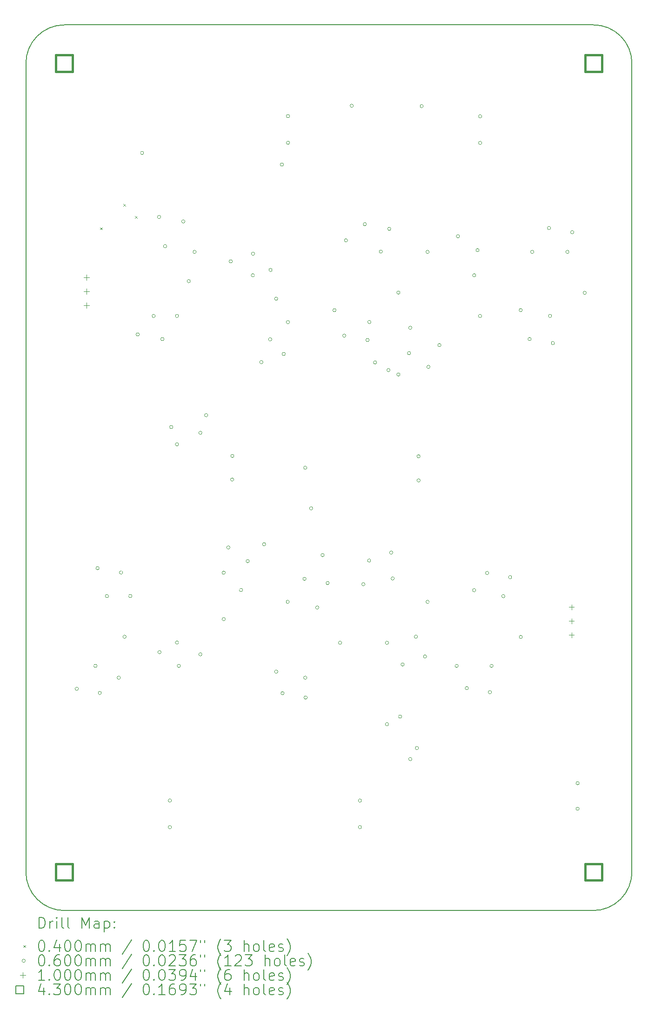
<source format=gbr>
%TF.GenerationSoftware,KiCad,Pcbnew,7.0.2*%
%TF.CreationDate,2023-12-05T14:34:09-06:00*%
%TF.ProjectId,SixteenSegClock-Main,53697874-6565-46e5-9365-67436c6f636b,A*%
%TF.SameCoordinates,PX9fcafb8PYcb70528*%
%TF.FileFunction,Drillmap*%
%TF.FilePolarity,Positive*%
%FSLAX45Y45*%
G04 Gerber Fmt 4.5, Leading zero omitted, Abs format (unit mm)*
G04 Created by KiCad (PCBNEW 7.0.2) date 2023-12-05 14:34:09*
%MOMM*%
%LPD*%
G01*
G04 APERTURE LIST*
%ADD10C,0.200000*%
%ADD11C,0.040000*%
%ADD12C,0.060000*%
%ADD13C,0.100000*%
%ADD14C,0.430000*%
G04 APERTURE END LIST*
D10*
X11229400Y15609500D02*
X11229400Y909500D01*
X11229400Y15609500D02*
G75*
G03*
X10529400Y16309500I-699700J300D01*
G01*
X899400Y16309500D02*
X10529400Y16309500D01*
X10529400Y199500D02*
X899400Y199500D01*
X10529400Y199496D02*
G75*
G03*
X11229400Y909500I-4700J704704D01*
G01*
X899400Y16309500D02*
G75*
G03*
X199400Y15609500I-300J-699700D01*
G01*
X199400Y899500D02*
X199400Y15609500D01*
X199400Y899500D02*
G75*
G03*
X899400Y199500I699700J-300D01*
G01*
D11*
X1549400Y12624500D02*
X1589400Y12584500D01*
X1589400Y12624500D02*
X1549400Y12584500D01*
X1974400Y13049500D02*
X2014400Y13009500D01*
X2014400Y13049500D02*
X1974400Y13009500D01*
X2184400Y12834500D02*
X2224400Y12794500D01*
X2224400Y12834500D02*
X2184400Y12794500D01*
D12*
X1154875Y4234044D02*
G75*
G03*
X1154875Y4234044I-30000J0D01*
G01*
X1494400Y4649500D02*
G75*
G03*
X1494400Y4649500I-30000J0D01*
G01*
X1532834Y6426250D02*
G75*
G03*
X1532834Y6426250I-30000J0D01*
G01*
X1573400Y4156500D02*
G75*
G03*
X1573400Y4156500I-30000J0D01*
G01*
X1704400Y5919500D02*
G75*
G03*
X1704400Y5919500I-30000J0D01*
G01*
X1919400Y4434500D02*
G75*
G03*
X1919400Y4434500I-30000J0D01*
G01*
X1960400Y6347500D02*
G75*
G03*
X1960400Y6347500I-30000J0D01*
G01*
X2024400Y5179500D02*
G75*
G03*
X2024400Y5179500I-30000J0D01*
G01*
X2129400Y5919500D02*
G75*
G03*
X2129400Y5919500I-30000J0D01*
G01*
X2264875Y10679043D02*
G75*
G03*
X2264875Y10679043I-30000J0D01*
G01*
X2344400Y13979500D02*
G75*
G03*
X2344400Y13979500I-30000J0D01*
G01*
X2554400Y11014500D02*
G75*
G03*
X2554400Y11014500I-30000J0D01*
G01*
X2652375Y12814043D02*
G75*
G03*
X2652375Y12814043I-30000J0D01*
G01*
X2660360Y4898519D02*
G75*
G03*
X2660360Y4898519I-30000J0D01*
G01*
X2712400Y10593500D02*
G75*
G03*
X2712400Y10593500I-30000J0D01*
G01*
X2761400Y12284500D02*
G75*
G03*
X2761400Y12284500I-30000J0D01*
G01*
X2850000Y2200000D02*
G75*
G03*
X2850000Y2200000I-30000J0D01*
G01*
X2850000Y1715362D02*
G75*
G03*
X2850000Y1715362I-30000J0D01*
G01*
X2874400Y8994500D02*
G75*
G03*
X2874400Y8994500I-30000J0D01*
G01*
X2979400Y11014500D02*
G75*
G03*
X2979400Y11014500I-30000J0D01*
G01*
X2979400Y8679500D02*
G75*
G03*
X2979400Y8679500I-30000J0D01*
G01*
X2979400Y5074500D02*
G75*
G03*
X2979400Y5074500I-30000J0D01*
G01*
X3012400Y4649500D02*
G75*
G03*
X3012400Y4649500I-30000J0D01*
G01*
X3093400Y12734500D02*
G75*
G03*
X3093400Y12734500I-30000J0D01*
G01*
X3192400Y11647500D02*
G75*
G03*
X3192400Y11647500I-30000J0D01*
G01*
X3299400Y12179500D02*
G75*
G03*
X3299400Y12179500I-30000J0D01*
G01*
X3404400Y8889500D02*
G75*
G03*
X3404400Y8889500I-30000J0D01*
G01*
X3404400Y4859500D02*
G75*
G03*
X3404400Y4859500I-30000J0D01*
G01*
X3509400Y9209500D02*
G75*
G03*
X3509400Y9209500I-30000J0D01*
G01*
X3829400Y6344500D02*
G75*
G03*
X3829400Y6344500I-30000J0D01*
G01*
X3829400Y5499500D02*
G75*
G03*
X3829400Y5499500I-30000J0D01*
G01*
X3912860Y6803518D02*
G75*
G03*
X3912860Y6803518I-30000J0D01*
G01*
X3957500Y12007500D02*
G75*
G03*
X3957500Y12007500I-30000J0D01*
G01*
X3984235Y8038674D02*
G75*
G03*
X3984235Y8038674I-30000J0D01*
G01*
X3987400Y8466500D02*
G75*
G03*
X3987400Y8466500I-30000J0D01*
G01*
X4144400Y6029500D02*
G75*
G03*
X4144400Y6029500I-30000J0D01*
G01*
X4265400Y6553500D02*
G75*
G03*
X4265400Y6553500I-30000J0D01*
G01*
X4359400Y11754500D02*
G75*
G03*
X4359400Y11754500I-30000J0D01*
G01*
X4362400Y12146500D02*
G75*
G03*
X4362400Y12146500I-30000J0D01*
G01*
X4515000Y10175000D02*
G75*
G03*
X4515000Y10175000I-30000J0D01*
G01*
X4564400Y6861500D02*
G75*
G03*
X4564400Y6861500I-30000J0D01*
G01*
X4674400Y10589500D02*
G75*
G03*
X4674400Y10589500I-30000J0D01*
G01*
X4681400Y11851500D02*
G75*
G03*
X4681400Y11851500I-30000J0D01*
G01*
X4784400Y11329500D02*
G75*
G03*
X4784400Y11329500I-30000J0D01*
G01*
X4784400Y4544500D02*
G75*
G03*
X4784400Y4544500I-30000J0D01*
G01*
X4889400Y13769500D02*
G75*
G03*
X4889400Y13769500I-30000J0D01*
G01*
X4899400Y4152500D02*
G75*
G03*
X4899400Y4152500I-30000J0D01*
G01*
X4921400Y10323500D02*
G75*
G03*
X4921400Y10323500I-30000J0D01*
G01*
X4994400Y5814500D02*
G75*
G03*
X4994400Y5814500I-30000J0D01*
G01*
X4997400Y10901500D02*
G75*
G03*
X4997400Y10901500I-30000J0D01*
G01*
X5000000Y14650000D02*
G75*
G03*
X5000000Y14650000I-30000J0D01*
G01*
X5000000Y14165362D02*
G75*
G03*
X5000000Y14165362I-30000J0D01*
G01*
X5300400Y6232500D02*
G75*
G03*
X5300400Y6232500I-30000J0D01*
G01*
X5314400Y8254500D02*
G75*
G03*
X5314400Y8254500I-30000J0D01*
G01*
X5314400Y4434500D02*
G75*
G03*
X5314400Y4434500I-30000J0D01*
G01*
X5320125Y4073456D02*
G75*
G03*
X5320125Y4073456I-30000J0D01*
G01*
X5419400Y7514500D02*
G75*
G03*
X5419400Y7514500I-30000J0D01*
G01*
X5531400Y5710500D02*
G75*
G03*
X5531400Y5710500I-30000J0D01*
G01*
X5629400Y6664500D02*
G75*
G03*
X5629400Y6664500I-30000J0D01*
G01*
X5720125Y6155956D02*
G75*
G03*
X5720125Y6155956I-30000J0D01*
G01*
X5844400Y11119500D02*
G75*
G03*
X5844400Y11119500I-30000J0D01*
G01*
X5947400Y5070500D02*
G75*
G03*
X5947400Y5070500I-30000J0D01*
G01*
X6023400Y10656500D02*
G75*
G03*
X6023400Y10656500I-30000J0D01*
G01*
X6054400Y12389500D02*
G75*
G03*
X6054400Y12389500I-30000J0D01*
G01*
X6159400Y14837500D02*
G75*
G03*
X6159400Y14837500I-30000J0D01*
G01*
X6307500Y2200181D02*
G75*
G03*
X6307500Y2200181I-30000J0D01*
G01*
X6307500Y1715362D02*
G75*
G03*
X6307500Y1715362I-30000J0D01*
G01*
X6371400Y6134500D02*
G75*
G03*
X6371400Y6134500I-30000J0D01*
G01*
X6397400Y12684500D02*
G75*
G03*
X6397400Y12684500I-30000J0D01*
G01*
X6447079Y10577131D02*
G75*
G03*
X6447079Y10577131I-30000J0D01*
G01*
X6476400Y6566500D02*
G75*
G03*
X6476400Y6566500I-30000J0D01*
G01*
X6479400Y10904500D02*
G75*
G03*
X6479400Y10904500I-30000J0D01*
G01*
X6584400Y10169500D02*
G75*
G03*
X6584400Y10169500I-30000J0D01*
G01*
X6689400Y12185500D02*
G75*
G03*
X6689400Y12185500I-30000J0D01*
G01*
X6799400Y3589500D02*
G75*
G03*
X6799400Y3589500I-30000J0D01*
G01*
X6800400Y5069500D02*
G75*
G03*
X6800400Y5069500I-30000J0D01*
G01*
X6827400Y10030500D02*
G75*
G03*
X6827400Y10030500I-30000J0D01*
G01*
X6842500Y12600000D02*
G75*
G03*
X6842500Y12600000I-30000J0D01*
G01*
X6877501Y6710000D02*
G75*
G03*
X6877501Y6710000I-30000J0D01*
G01*
X6904400Y6239500D02*
G75*
G03*
X6904400Y6239500I-30000J0D01*
G01*
X7009400Y11439500D02*
G75*
G03*
X7009400Y11439500I-30000J0D01*
G01*
X7009400Y9949500D02*
G75*
G03*
X7009400Y9949500I-30000J0D01*
G01*
X7040400Y3727500D02*
G75*
G03*
X7040400Y3727500I-30000J0D01*
G01*
X7084400Y4675500D02*
G75*
G03*
X7084400Y4675500I-30000J0D01*
G01*
X7202400Y10338500D02*
G75*
G03*
X7202400Y10338500I-30000J0D01*
G01*
X7224400Y10799500D02*
G75*
G03*
X7224400Y10799500I-30000J0D01*
G01*
X7224400Y2954500D02*
G75*
G03*
X7224400Y2954500I-30000J0D01*
G01*
X7327400Y5181500D02*
G75*
G03*
X7327400Y5181500I-30000J0D01*
G01*
X7346500Y3154000D02*
G75*
G03*
X7346500Y3154000I-30000J0D01*
G01*
X7375400Y8461500D02*
G75*
G03*
X7375400Y8461500I-30000J0D01*
G01*
X7376400Y8023500D02*
G75*
G03*
X7376400Y8023500I-30000J0D01*
G01*
X7432400Y14830500D02*
G75*
G03*
X7432400Y14830500I-30000J0D01*
G01*
X7492500Y4820000D02*
G75*
G03*
X7492500Y4820000I-30000J0D01*
G01*
X7539400Y12179500D02*
G75*
G03*
X7539400Y12179500I-30000J0D01*
G01*
X7539400Y5814500D02*
G75*
G03*
X7539400Y5814500I-30000J0D01*
G01*
X7555000Y10087500D02*
G75*
G03*
X7555000Y10087500I-30000J0D01*
G01*
X7755400Y10484500D02*
G75*
G03*
X7755400Y10484500I-30000J0D01*
G01*
X8069400Y4649500D02*
G75*
G03*
X8069400Y4649500I-30000J0D01*
G01*
X8092860Y12463519D02*
G75*
G03*
X8092860Y12463519I-30000J0D01*
G01*
X8253400Y4245500D02*
G75*
G03*
X8253400Y4245500I-30000J0D01*
G01*
X8388400Y6026500D02*
G75*
G03*
X8388400Y6026500I-30000J0D01*
G01*
X8389400Y11754500D02*
G75*
G03*
X8389400Y11754500I-30000J0D01*
G01*
X8449400Y12213500D02*
G75*
G03*
X8449400Y12213500I-30000J0D01*
G01*
X8494400Y11014500D02*
G75*
G03*
X8494400Y11014500I-30000J0D01*
G01*
X8497500Y14647500D02*
G75*
G03*
X8497500Y14647500I-30000J0D01*
G01*
X8497500Y14162681D02*
G75*
G03*
X8497500Y14162681I-30000J0D01*
G01*
X8624400Y6339500D02*
G75*
G03*
X8624400Y6339500I-30000J0D01*
G01*
X8675000Y4170000D02*
G75*
G03*
X8675000Y4170000I-30000J0D01*
G01*
X8704400Y4649500D02*
G75*
G03*
X8704400Y4649500I-30000J0D01*
G01*
X8917400Y5918500D02*
G75*
G03*
X8917400Y5918500I-30000J0D01*
G01*
X9042625Y6263456D02*
G75*
G03*
X9042625Y6263456I-30000J0D01*
G01*
X9234400Y11119500D02*
G75*
G03*
X9234400Y11119500I-30000J0D01*
G01*
X9236400Y5177500D02*
G75*
G03*
X9236400Y5177500I-30000J0D01*
G01*
X9396400Y10595500D02*
G75*
G03*
X9396400Y10595500I-30000J0D01*
G01*
X9444400Y12179500D02*
G75*
G03*
X9444400Y12179500I-30000J0D01*
G01*
X9751400Y12614500D02*
G75*
G03*
X9751400Y12614500I-30000J0D01*
G01*
X9769400Y11014500D02*
G75*
G03*
X9769400Y11014500I-30000J0D01*
G01*
X9820126Y10520956D02*
G75*
G03*
X9820126Y10520956I-30000J0D01*
G01*
X10084400Y12179500D02*
G75*
G03*
X10084400Y12179500I-30000J0D01*
G01*
X10172626Y12538456D02*
G75*
G03*
X10172626Y12538456I-30000J0D01*
G01*
X10270500Y2051100D02*
G75*
G03*
X10270500Y2051100I-30000J0D01*
G01*
X10271000Y2515319D02*
G75*
G03*
X10271000Y2515319I-30000J0D01*
G01*
X10400400Y11435500D02*
G75*
G03*
X10400400Y11435500I-30000J0D01*
G01*
D13*
X1299400Y11764500D02*
X1299400Y11664500D01*
X1249400Y11714500D02*
X1349400Y11714500D01*
X1299400Y11510500D02*
X1299400Y11410500D01*
X1249400Y11460500D02*
X1349400Y11460500D01*
X1299400Y11256500D02*
X1299400Y11156500D01*
X1249400Y11206500D02*
X1349400Y11206500D01*
X10129400Y5767500D02*
X10129400Y5667500D01*
X10079400Y5717500D02*
X10179400Y5717500D01*
X10129400Y5513500D02*
X10129400Y5413500D01*
X10079400Y5463500D02*
X10179400Y5463500D01*
X10129400Y5259500D02*
X10129400Y5159500D01*
X10079400Y5209500D02*
X10179400Y5209500D01*
D14*
X1051429Y15457471D02*
X1051429Y15761529D01*
X747371Y15761529D01*
X747371Y15457471D01*
X1051429Y15457471D01*
X1051429Y747471D02*
X1051429Y1051529D01*
X747371Y1051529D01*
X747371Y747471D01*
X1051429Y747471D01*
X10681429Y15457471D02*
X10681429Y15761529D01*
X10377371Y15761529D01*
X10377371Y15457471D01*
X10681429Y15457471D01*
X10681429Y747471D02*
X10681429Y1051529D01*
X10377371Y1051529D01*
X10377371Y747471D01*
X10681429Y747471D01*
D10*
X437019Y-123024D02*
X437019Y76976D01*
X437019Y76976D02*
X484638Y76976D01*
X484638Y76976D02*
X513209Y67452D01*
X513209Y67452D02*
X532257Y48405D01*
X532257Y48405D02*
X541781Y29357D01*
X541781Y29357D02*
X551305Y-8738D01*
X551305Y-8738D02*
X551305Y-37310D01*
X551305Y-37310D02*
X541781Y-75405D01*
X541781Y-75405D02*
X532257Y-94452D01*
X532257Y-94452D02*
X513209Y-113500D01*
X513209Y-113500D02*
X484638Y-123024D01*
X484638Y-123024D02*
X437019Y-123024D01*
X637019Y-123024D02*
X637019Y10310D01*
X637019Y-27786D02*
X646543Y-8738D01*
X646543Y-8738D02*
X656067Y786D01*
X656067Y786D02*
X675114Y10310D01*
X675114Y10310D02*
X694162Y10310D01*
X760828Y-123024D02*
X760828Y10310D01*
X760828Y76976D02*
X751305Y67452D01*
X751305Y67452D02*
X760828Y57928D01*
X760828Y57928D02*
X770352Y67452D01*
X770352Y67452D02*
X760828Y76976D01*
X760828Y76976D02*
X760828Y57928D01*
X884638Y-123024D02*
X865590Y-113500D01*
X865590Y-113500D02*
X856066Y-94452D01*
X856066Y-94452D02*
X856066Y76976D01*
X989400Y-123024D02*
X970352Y-113500D01*
X970352Y-113500D02*
X960828Y-94452D01*
X960828Y-94452D02*
X960828Y76976D01*
X1217971Y-123024D02*
X1217971Y76976D01*
X1217971Y76976D02*
X1284638Y-65881D01*
X1284638Y-65881D02*
X1351305Y76976D01*
X1351305Y76976D02*
X1351305Y-123024D01*
X1532257Y-123024D02*
X1532257Y-18262D01*
X1532257Y-18262D02*
X1522733Y786D01*
X1522733Y786D02*
X1503686Y10310D01*
X1503686Y10310D02*
X1465590Y10310D01*
X1465590Y10310D02*
X1446543Y786D01*
X1532257Y-113500D02*
X1513209Y-123024D01*
X1513209Y-123024D02*
X1465590Y-123024D01*
X1465590Y-123024D02*
X1446543Y-113500D01*
X1446543Y-113500D02*
X1437019Y-94452D01*
X1437019Y-94452D02*
X1437019Y-75405D01*
X1437019Y-75405D02*
X1446543Y-56357D01*
X1446543Y-56357D02*
X1465590Y-46833D01*
X1465590Y-46833D02*
X1513209Y-46833D01*
X1513209Y-46833D02*
X1532257Y-37310D01*
X1627495Y10310D02*
X1627495Y-189690D01*
X1627495Y786D02*
X1646543Y10310D01*
X1646543Y10310D02*
X1684638Y10310D01*
X1684638Y10310D02*
X1703686Y786D01*
X1703686Y786D02*
X1713209Y-8738D01*
X1713209Y-8738D02*
X1722733Y-27786D01*
X1722733Y-27786D02*
X1722733Y-84929D01*
X1722733Y-84929D02*
X1713209Y-103976D01*
X1713209Y-103976D02*
X1703686Y-113500D01*
X1703686Y-113500D02*
X1684638Y-123024D01*
X1684638Y-123024D02*
X1646543Y-123024D01*
X1646543Y-123024D02*
X1627495Y-113500D01*
X1808447Y-103976D02*
X1817971Y-113500D01*
X1817971Y-113500D02*
X1808447Y-123024D01*
X1808447Y-123024D02*
X1798924Y-113500D01*
X1798924Y-113500D02*
X1808447Y-103976D01*
X1808447Y-103976D02*
X1808447Y-123024D01*
X1808447Y786D02*
X1817971Y-8738D01*
X1817971Y-8738D02*
X1808447Y-18262D01*
X1808447Y-18262D02*
X1798924Y-8738D01*
X1798924Y-8738D02*
X1808447Y786D01*
X1808447Y786D02*
X1808447Y-18262D01*
D11*
X149400Y-430500D02*
X189400Y-470500D01*
X189400Y-430500D02*
X149400Y-470500D01*
D10*
X475114Y-343024D02*
X494162Y-343024D01*
X494162Y-343024D02*
X513209Y-352548D01*
X513209Y-352548D02*
X522733Y-362071D01*
X522733Y-362071D02*
X532257Y-381119D01*
X532257Y-381119D02*
X541781Y-419214D01*
X541781Y-419214D02*
X541781Y-466833D01*
X541781Y-466833D02*
X532257Y-504929D01*
X532257Y-504929D02*
X522733Y-523976D01*
X522733Y-523976D02*
X513209Y-533500D01*
X513209Y-533500D02*
X494162Y-543024D01*
X494162Y-543024D02*
X475114Y-543024D01*
X475114Y-543024D02*
X456066Y-533500D01*
X456066Y-533500D02*
X446543Y-523976D01*
X446543Y-523976D02*
X437019Y-504929D01*
X437019Y-504929D02*
X427495Y-466833D01*
X427495Y-466833D02*
X427495Y-419214D01*
X427495Y-419214D02*
X437019Y-381119D01*
X437019Y-381119D02*
X446543Y-362071D01*
X446543Y-362071D02*
X456066Y-352548D01*
X456066Y-352548D02*
X475114Y-343024D01*
X627495Y-523976D02*
X637019Y-533500D01*
X637019Y-533500D02*
X627495Y-543024D01*
X627495Y-543024D02*
X617971Y-533500D01*
X617971Y-533500D02*
X627495Y-523976D01*
X627495Y-523976D02*
X627495Y-543024D01*
X808447Y-409690D02*
X808447Y-543024D01*
X760828Y-333500D02*
X713209Y-476357D01*
X713209Y-476357D02*
X837019Y-476357D01*
X951305Y-343024D02*
X970352Y-343024D01*
X970352Y-343024D02*
X989400Y-352548D01*
X989400Y-352548D02*
X998924Y-362071D01*
X998924Y-362071D02*
X1008447Y-381119D01*
X1008447Y-381119D02*
X1017971Y-419214D01*
X1017971Y-419214D02*
X1017971Y-466833D01*
X1017971Y-466833D02*
X1008447Y-504929D01*
X1008447Y-504929D02*
X998924Y-523976D01*
X998924Y-523976D02*
X989400Y-533500D01*
X989400Y-533500D02*
X970352Y-543024D01*
X970352Y-543024D02*
X951305Y-543024D01*
X951305Y-543024D02*
X932257Y-533500D01*
X932257Y-533500D02*
X922733Y-523976D01*
X922733Y-523976D02*
X913209Y-504929D01*
X913209Y-504929D02*
X903686Y-466833D01*
X903686Y-466833D02*
X903686Y-419214D01*
X903686Y-419214D02*
X913209Y-381119D01*
X913209Y-381119D02*
X922733Y-362071D01*
X922733Y-362071D02*
X932257Y-352548D01*
X932257Y-352548D02*
X951305Y-343024D01*
X1141781Y-343024D02*
X1160829Y-343024D01*
X1160829Y-343024D02*
X1179876Y-352548D01*
X1179876Y-352548D02*
X1189400Y-362071D01*
X1189400Y-362071D02*
X1198924Y-381119D01*
X1198924Y-381119D02*
X1208448Y-419214D01*
X1208448Y-419214D02*
X1208448Y-466833D01*
X1208448Y-466833D02*
X1198924Y-504929D01*
X1198924Y-504929D02*
X1189400Y-523976D01*
X1189400Y-523976D02*
X1179876Y-533500D01*
X1179876Y-533500D02*
X1160829Y-543024D01*
X1160829Y-543024D02*
X1141781Y-543024D01*
X1141781Y-543024D02*
X1122733Y-533500D01*
X1122733Y-533500D02*
X1113209Y-523976D01*
X1113209Y-523976D02*
X1103686Y-504929D01*
X1103686Y-504929D02*
X1094162Y-466833D01*
X1094162Y-466833D02*
X1094162Y-419214D01*
X1094162Y-419214D02*
X1103686Y-381119D01*
X1103686Y-381119D02*
X1113209Y-362071D01*
X1113209Y-362071D02*
X1122733Y-352548D01*
X1122733Y-352548D02*
X1141781Y-343024D01*
X1294162Y-543024D02*
X1294162Y-409690D01*
X1294162Y-428738D02*
X1303686Y-419214D01*
X1303686Y-419214D02*
X1322733Y-409690D01*
X1322733Y-409690D02*
X1351305Y-409690D01*
X1351305Y-409690D02*
X1370352Y-419214D01*
X1370352Y-419214D02*
X1379876Y-438262D01*
X1379876Y-438262D02*
X1379876Y-543024D01*
X1379876Y-438262D02*
X1389400Y-419214D01*
X1389400Y-419214D02*
X1408447Y-409690D01*
X1408447Y-409690D02*
X1437019Y-409690D01*
X1437019Y-409690D02*
X1456067Y-419214D01*
X1456067Y-419214D02*
X1465590Y-438262D01*
X1465590Y-438262D02*
X1465590Y-543024D01*
X1560828Y-543024D02*
X1560828Y-409690D01*
X1560828Y-428738D02*
X1570352Y-419214D01*
X1570352Y-419214D02*
X1589400Y-409690D01*
X1589400Y-409690D02*
X1617971Y-409690D01*
X1617971Y-409690D02*
X1637019Y-419214D01*
X1637019Y-419214D02*
X1646543Y-438262D01*
X1646543Y-438262D02*
X1646543Y-543024D01*
X1646543Y-438262D02*
X1656067Y-419214D01*
X1656067Y-419214D02*
X1675114Y-409690D01*
X1675114Y-409690D02*
X1703686Y-409690D01*
X1703686Y-409690D02*
X1722733Y-419214D01*
X1722733Y-419214D02*
X1732257Y-438262D01*
X1732257Y-438262D02*
X1732257Y-543024D01*
X2122733Y-333500D02*
X1951305Y-590643D01*
X2379876Y-343024D02*
X2398924Y-343024D01*
X2398924Y-343024D02*
X2417972Y-352548D01*
X2417972Y-352548D02*
X2427495Y-362071D01*
X2427495Y-362071D02*
X2437019Y-381119D01*
X2437019Y-381119D02*
X2446543Y-419214D01*
X2446543Y-419214D02*
X2446543Y-466833D01*
X2446543Y-466833D02*
X2437019Y-504929D01*
X2437019Y-504929D02*
X2427495Y-523976D01*
X2427495Y-523976D02*
X2417972Y-533500D01*
X2417972Y-533500D02*
X2398924Y-543024D01*
X2398924Y-543024D02*
X2379876Y-543024D01*
X2379876Y-543024D02*
X2360829Y-533500D01*
X2360829Y-533500D02*
X2351305Y-523976D01*
X2351305Y-523976D02*
X2341781Y-504929D01*
X2341781Y-504929D02*
X2332257Y-466833D01*
X2332257Y-466833D02*
X2332257Y-419214D01*
X2332257Y-419214D02*
X2341781Y-381119D01*
X2341781Y-381119D02*
X2351305Y-362071D01*
X2351305Y-362071D02*
X2360829Y-352548D01*
X2360829Y-352548D02*
X2379876Y-343024D01*
X2532257Y-523976D02*
X2541781Y-533500D01*
X2541781Y-533500D02*
X2532257Y-543024D01*
X2532257Y-543024D02*
X2522733Y-533500D01*
X2522733Y-533500D02*
X2532257Y-523976D01*
X2532257Y-523976D02*
X2532257Y-543024D01*
X2665591Y-343024D02*
X2684638Y-343024D01*
X2684638Y-343024D02*
X2703686Y-352548D01*
X2703686Y-352548D02*
X2713210Y-362071D01*
X2713210Y-362071D02*
X2722733Y-381119D01*
X2722733Y-381119D02*
X2732257Y-419214D01*
X2732257Y-419214D02*
X2732257Y-466833D01*
X2732257Y-466833D02*
X2722733Y-504929D01*
X2722733Y-504929D02*
X2713210Y-523976D01*
X2713210Y-523976D02*
X2703686Y-533500D01*
X2703686Y-533500D02*
X2684638Y-543024D01*
X2684638Y-543024D02*
X2665591Y-543024D01*
X2665591Y-543024D02*
X2646543Y-533500D01*
X2646543Y-533500D02*
X2637019Y-523976D01*
X2637019Y-523976D02*
X2627495Y-504929D01*
X2627495Y-504929D02*
X2617972Y-466833D01*
X2617972Y-466833D02*
X2617972Y-419214D01*
X2617972Y-419214D02*
X2627495Y-381119D01*
X2627495Y-381119D02*
X2637019Y-362071D01*
X2637019Y-362071D02*
X2646543Y-352548D01*
X2646543Y-352548D02*
X2665591Y-343024D01*
X2922733Y-543024D02*
X2808448Y-543024D01*
X2865590Y-543024D02*
X2865590Y-343024D01*
X2865590Y-343024D02*
X2846543Y-371595D01*
X2846543Y-371595D02*
X2827495Y-390643D01*
X2827495Y-390643D02*
X2808448Y-400167D01*
X3103686Y-343024D02*
X3008448Y-343024D01*
X3008448Y-343024D02*
X2998924Y-438262D01*
X2998924Y-438262D02*
X3008448Y-428738D01*
X3008448Y-428738D02*
X3027495Y-419214D01*
X3027495Y-419214D02*
X3075114Y-419214D01*
X3075114Y-419214D02*
X3094162Y-428738D01*
X3094162Y-428738D02*
X3103686Y-438262D01*
X3103686Y-438262D02*
X3113210Y-457310D01*
X3113210Y-457310D02*
X3113210Y-504929D01*
X3113210Y-504929D02*
X3103686Y-523976D01*
X3103686Y-523976D02*
X3094162Y-533500D01*
X3094162Y-533500D02*
X3075114Y-543024D01*
X3075114Y-543024D02*
X3027495Y-543024D01*
X3027495Y-543024D02*
X3008448Y-533500D01*
X3008448Y-533500D02*
X2998924Y-523976D01*
X3179876Y-343024D02*
X3313210Y-343024D01*
X3313210Y-343024D02*
X3227495Y-543024D01*
X3379876Y-343024D02*
X3379876Y-381119D01*
X3456067Y-343024D02*
X3456067Y-381119D01*
X3751305Y-619214D02*
X3741781Y-609691D01*
X3741781Y-609691D02*
X3722733Y-581119D01*
X3722733Y-581119D02*
X3713210Y-562072D01*
X3713210Y-562072D02*
X3703686Y-533500D01*
X3703686Y-533500D02*
X3694162Y-485881D01*
X3694162Y-485881D02*
X3694162Y-447786D01*
X3694162Y-447786D02*
X3703686Y-400167D01*
X3703686Y-400167D02*
X3713210Y-371595D01*
X3713210Y-371595D02*
X3722733Y-352548D01*
X3722733Y-352548D02*
X3741781Y-323976D01*
X3741781Y-323976D02*
X3751305Y-314452D01*
X3808448Y-343024D02*
X3932257Y-343024D01*
X3932257Y-343024D02*
X3865591Y-419214D01*
X3865591Y-419214D02*
X3894162Y-419214D01*
X3894162Y-419214D02*
X3913210Y-428738D01*
X3913210Y-428738D02*
X3922733Y-438262D01*
X3922733Y-438262D02*
X3932257Y-457310D01*
X3932257Y-457310D02*
X3932257Y-504929D01*
X3932257Y-504929D02*
X3922733Y-523976D01*
X3922733Y-523976D02*
X3913210Y-533500D01*
X3913210Y-533500D02*
X3894162Y-543024D01*
X3894162Y-543024D02*
X3837019Y-543024D01*
X3837019Y-543024D02*
X3817972Y-533500D01*
X3817972Y-533500D02*
X3808448Y-523976D01*
X4170353Y-543024D02*
X4170353Y-343024D01*
X4256067Y-543024D02*
X4256067Y-438262D01*
X4256067Y-438262D02*
X4246543Y-419214D01*
X4246543Y-419214D02*
X4227496Y-409690D01*
X4227496Y-409690D02*
X4198924Y-409690D01*
X4198924Y-409690D02*
X4179876Y-419214D01*
X4179876Y-419214D02*
X4170353Y-428738D01*
X4379876Y-543024D02*
X4360829Y-533500D01*
X4360829Y-533500D02*
X4351305Y-523976D01*
X4351305Y-523976D02*
X4341781Y-504929D01*
X4341781Y-504929D02*
X4341781Y-447786D01*
X4341781Y-447786D02*
X4351305Y-428738D01*
X4351305Y-428738D02*
X4360829Y-419214D01*
X4360829Y-419214D02*
X4379876Y-409690D01*
X4379876Y-409690D02*
X4408448Y-409690D01*
X4408448Y-409690D02*
X4427496Y-419214D01*
X4427496Y-419214D02*
X4437019Y-428738D01*
X4437019Y-428738D02*
X4446543Y-447786D01*
X4446543Y-447786D02*
X4446543Y-504929D01*
X4446543Y-504929D02*
X4437019Y-523976D01*
X4437019Y-523976D02*
X4427496Y-533500D01*
X4427496Y-533500D02*
X4408448Y-543024D01*
X4408448Y-543024D02*
X4379876Y-543024D01*
X4560829Y-543024D02*
X4541781Y-533500D01*
X4541781Y-533500D02*
X4532257Y-514452D01*
X4532257Y-514452D02*
X4532257Y-343024D01*
X4713210Y-533500D02*
X4694162Y-543024D01*
X4694162Y-543024D02*
X4656067Y-543024D01*
X4656067Y-543024D02*
X4637019Y-533500D01*
X4637019Y-533500D02*
X4627496Y-514452D01*
X4627496Y-514452D02*
X4627496Y-438262D01*
X4627496Y-438262D02*
X4637019Y-419214D01*
X4637019Y-419214D02*
X4656067Y-409690D01*
X4656067Y-409690D02*
X4694162Y-409690D01*
X4694162Y-409690D02*
X4713210Y-419214D01*
X4713210Y-419214D02*
X4722734Y-438262D01*
X4722734Y-438262D02*
X4722734Y-457310D01*
X4722734Y-457310D02*
X4627496Y-476357D01*
X4798924Y-533500D02*
X4817972Y-543024D01*
X4817972Y-543024D02*
X4856067Y-543024D01*
X4856067Y-543024D02*
X4875115Y-533500D01*
X4875115Y-533500D02*
X4884638Y-514452D01*
X4884638Y-514452D02*
X4884638Y-504929D01*
X4884638Y-504929D02*
X4875115Y-485881D01*
X4875115Y-485881D02*
X4856067Y-476357D01*
X4856067Y-476357D02*
X4827496Y-476357D01*
X4827496Y-476357D02*
X4808448Y-466833D01*
X4808448Y-466833D02*
X4798924Y-447786D01*
X4798924Y-447786D02*
X4798924Y-438262D01*
X4798924Y-438262D02*
X4808448Y-419214D01*
X4808448Y-419214D02*
X4827496Y-409690D01*
X4827496Y-409690D02*
X4856067Y-409690D01*
X4856067Y-409690D02*
X4875115Y-419214D01*
X4951305Y-619214D02*
X4960829Y-609691D01*
X4960829Y-609691D02*
X4979877Y-581119D01*
X4979877Y-581119D02*
X4989400Y-562072D01*
X4989400Y-562072D02*
X4998924Y-533500D01*
X4998924Y-533500D02*
X5008448Y-485881D01*
X5008448Y-485881D02*
X5008448Y-447786D01*
X5008448Y-447786D02*
X4998924Y-400167D01*
X4998924Y-400167D02*
X4989400Y-371595D01*
X4989400Y-371595D02*
X4979877Y-352548D01*
X4979877Y-352548D02*
X4960829Y-323976D01*
X4960829Y-323976D02*
X4951305Y-314452D01*
D12*
X189400Y-714500D02*
G75*
G03*
X189400Y-714500I-30000J0D01*
G01*
D10*
X475114Y-607024D02*
X494162Y-607024D01*
X494162Y-607024D02*
X513209Y-616548D01*
X513209Y-616548D02*
X522733Y-626072D01*
X522733Y-626072D02*
X532257Y-645119D01*
X532257Y-645119D02*
X541781Y-683214D01*
X541781Y-683214D02*
X541781Y-730833D01*
X541781Y-730833D02*
X532257Y-768929D01*
X532257Y-768929D02*
X522733Y-787976D01*
X522733Y-787976D02*
X513209Y-797500D01*
X513209Y-797500D02*
X494162Y-807024D01*
X494162Y-807024D02*
X475114Y-807024D01*
X475114Y-807024D02*
X456066Y-797500D01*
X456066Y-797500D02*
X446543Y-787976D01*
X446543Y-787976D02*
X437019Y-768929D01*
X437019Y-768929D02*
X427495Y-730833D01*
X427495Y-730833D02*
X427495Y-683214D01*
X427495Y-683214D02*
X437019Y-645119D01*
X437019Y-645119D02*
X446543Y-626072D01*
X446543Y-626072D02*
X456066Y-616548D01*
X456066Y-616548D02*
X475114Y-607024D01*
X627495Y-787976D02*
X637019Y-797500D01*
X637019Y-797500D02*
X627495Y-807024D01*
X627495Y-807024D02*
X617971Y-797500D01*
X617971Y-797500D02*
X627495Y-787976D01*
X627495Y-787976D02*
X627495Y-807024D01*
X808447Y-607024D02*
X770352Y-607024D01*
X770352Y-607024D02*
X751305Y-616548D01*
X751305Y-616548D02*
X741781Y-626072D01*
X741781Y-626072D02*
X722733Y-654643D01*
X722733Y-654643D02*
X713209Y-692738D01*
X713209Y-692738D02*
X713209Y-768929D01*
X713209Y-768929D02*
X722733Y-787976D01*
X722733Y-787976D02*
X732257Y-797500D01*
X732257Y-797500D02*
X751305Y-807024D01*
X751305Y-807024D02*
X789400Y-807024D01*
X789400Y-807024D02*
X808447Y-797500D01*
X808447Y-797500D02*
X817971Y-787976D01*
X817971Y-787976D02*
X827495Y-768929D01*
X827495Y-768929D02*
X827495Y-721310D01*
X827495Y-721310D02*
X817971Y-702262D01*
X817971Y-702262D02*
X808447Y-692738D01*
X808447Y-692738D02*
X789400Y-683214D01*
X789400Y-683214D02*
X751305Y-683214D01*
X751305Y-683214D02*
X732257Y-692738D01*
X732257Y-692738D02*
X722733Y-702262D01*
X722733Y-702262D02*
X713209Y-721310D01*
X951305Y-607024D02*
X970352Y-607024D01*
X970352Y-607024D02*
X989400Y-616548D01*
X989400Y-616548D02*
X998924Y-626072D01*
X998924Y-626072D02*
X1008447Y-645119D01*
X1008447Y-645119D02*
X1017971Y-683214D01*
X1017971Y-683214D02*
X1017971Y-730833D01*
X1017971Y-730833D02*
X1008447Y-768929D01*
X1008447Y-768929D02*
X998924Y-787976D01*
X998924Y-787976D02*
X989400Y-797500D01*
X989400Y-797500D02*
X970352Y-807024D01*
X970352Y-807024D02*
X951305Y-807024D01*
X951305Y-807024D02*
X932257Y-797500D01*
X932257Y-797500D02*
X922733Y-787976D01*
X922733Y-787976D02*
X913209Y-768929D01*
X913209Y-768929D02*
X903686Y-730833D01*
X903686Y-730833D02*
X903686Y-683214D01*
X903686Y-683214D02*
X913209Y-645119D01*
X913209Y-645119D02*
X922733Y-626072D01*
X922733Y-626072D02*
X932257Y-616548D01*
X932257Y-616548D02*
X951305Y-607024D01*
X1141781Y-607024D02*
X1160829Y-607024D01*
X1160829Y-607024D02*
X1179876Y-616548D01*
X1179876Y-616548D02*
X1189400Y-626072D01*
X1189400Y-626072D02*
X1198924Y-645119D01*
X1198924Y-645119D02*
X1208448Y-683214D01*
X1208448Y-683214D02*
X1208448Y-730833D01*
X1208448Y-730833D02*
X1198924Y-768929D01*
X1198924Y-768929D02*
X1189400Y-787976D01*
X1189400Y-787976D02*
X1179876Y-797500D01*
X1179876Y-797500D02*
X1160829Y-807024D01*
X1160829Y-807024D02*
X1141781Y-807024D01*
X1141781Y-807024D02*
X1122733Y-797500D01*
X1122733Y-797500D02*
X1113209Y-787976D01*
X1113209Y-787976D02*
X1103686Y-768929D01*
X1103686Y-768929D02*
X1094162Y-730833D01*
X1094162Y-730833D02*
X1094162Y-683214D01*
X1094162Y-683214D02*
X1103686Y-645119D01*
X1103686Y-645119D02*
X1113209Y-626072D01*
X1113209Y-626072D02*
X1122733Y-616548D01*
X1122733Y-616548D02*
X1141781Y-607024D01*
X1294162Y-807024D02*
X1294162Y-673691D01*
X1294162Y-692738D02*
X1303686Y-683214D01*
X1303686Y-683214D02*
X1322733Y-673691D01*
X1322733Y-673691D02*
X1351305Y-673691D01*
X1351305Y-673691D02*
X1370352Y-683214D01*
X1370352Y-683214D02*
X1379876Y-702262D01*
X1379876Y-702262D02*
X1379876Y-807024D01*
X1379876Y-702262D02*
X1389400Y-683214D01*
X1389400Y-683214D02*
X1408447Y-673691D01*
X1408447Y-673691D02*
X1437019Y-673691D01*
X1437019Y-673691D02*
X1456067Y-683214D01*
X1456067Y-683214D02*
X1465590Y-702262D01*
X1465590Y-702262D02*
X1465590Y-807024D01*
X1560828Y-807024D02*
X1560828Y-673691D01*
X1560828Y-692738D02*
X1570352Y-683214D01*
X1570352Y-683214D02*
X1589400Y-673691D01*
X1589400Y-673691D02*
X1617971Y-673691D01*
X1617971Y-673691D02*
X1637019Y-683214D01*
X1637019Y-683214D02*
X1646543Y-702262D01*
X1646543Y-702262D02*
X1646543Y-807024D01*
X1646543Y-702262D02*
X1656067Y-683214D01*
X1656067Y-683214D02*
X1675114Y-673691D01*
X1675114Y-673691D02*
X1703686Y-673691D01*
X1703686Y-673691D02*
X1722733Y-683214D01*
X1722733Y-683214D02*
X1732257Y-702262D01*
X1732257Y-702262D02*
X1732257Y-807024D01*
X2122733Y-597500D02*
X1951305Y-854643D01*
X2379876Y-607024D02*
X2398924Y-607024D01*
X2398924Y-607024D02*
X2417972Y-616548D01*
X2417972Y-616548D02*
X2427495Y-626072D01*
X2427495Y-626072D02*
X2437019Y-645119D01*
X2437019Y-645119D02*
X2446543Y-683214D01*
X2446543Y-683214D02*
X2446543Y-730833D01*
X2446543Y-730833D02*
X2437019Y-768929D01*
X2437019Y-768929D02*
X2427495Y-787976D01*
X2427495Y-787976D02*
X2417972Y-797500D01*
X2417972Y-797500D02*
X2398924Y-807024D01*
X2398924Y-807024D02*
X2379876Y-807024D01*
X2379876Y-807024D02*
X2360829Y-797500D01*
X2360829Y-797500D02*
X2351305Y-787976D01*
X2351305Y-787976D02*
X2341781Y-768929D01*
X2341781Y-768929D02*
X2332257Y-730833D01*
X2332257Y-730833D02*
X2332257Y-683214D01*
X2332257Y-683214D02*
X2341781Y-645119D01*
X2341781Y-645119D02*
X2351305Y-626072D01*
X2351305Y-626072D02*
X2360829Y-616548D01*
X2360829Y-616548D02*
X2379876Y-607024D01*
X2532257Y-787976D02*
X2541781Y-797500D01*
X2541781Y-797500D02*
X2532257Y-807024D01*
X2532257Y-807024D02*
X2522733Y-797500D01*
X2522733Y-797500D02*
X2532257Y-787976D01*
X2532257Y-787976D02*
X2532257Y-807024D01*
X2665591Y-607024D02*
X2684638Y-607024D01*
X2684638Y-607024D02*
X2703686Y-616548D01*
X2703686Y-616548D02*
X2713210Y-626072D01*
X2713210Y-626072D02*
X2722733Y-645119D01*
X2722733Y-645119D02*
X2732257Y-683214D01*
X2732257Y-683214D02*
X2732257Y-730833D01*
X2732257Y-730833D02*
X2722733Y-768929D01*
X2722733Y-768929D02*
X2713210Y-787976D01*
X2713210Y-787976D02*
X2703686Y-797500D01*
X2703686Y-797500D02*
X2684638Y-807024D01*
X2684638Y-807024D02*
X2665591Y-807024D01*
X2665591Y-807024D02*
X2646543Y-797500D01*
X2646543Y-797500D02*
X2637019Y-787976D01*
X2637019Y-787976D02*
X2627495Y-768929D01*
X2627495Y-768929D02*
X2617972Y-730833D01*
X2617972Y-730833D02*
X2617972Y-683214D01*
X2617972Y-683214D02*
X2627495Y-645119D01*
X2627495Y-645119D02*
X2637019Y-626072D01*
X2637019Y-626072D02*
X2646543Y-616548D01*
X2646543Y-616548D02*
X2665591Y-607024D01*
X2808448Y-626072D02*
X2817971Y-616548D01*
X2817971Y-616548D02*
X2837019Y-607024D01*
X2837019Y-607024D02*
X2884638Y-607024D01*
X2884638Y-607024D02*
X2903686Y-616548D01*
X2903686Y-616548D02*
X2913210Y-626072D01*
X2913210Y-626072D02*
X2922733Y-645119D01*
X2922733Y-645119D02*
X2922733Y-664167D01*
X2922733Y-664167D02*
X2913210Y-692738D01*
X2913210Y-692738D02*
X2798924Y-807024D01*
X2798924Y-807024D02*
X2922733Y-807024D01*
X2989400Y-607024D02*
X3113210Y-607024D01*
X3113210Y-607024D02*
X3046543Y-683214D01*
X3046543Y-683214D02*
X3075114Y-683214D01*
X3075114Y-683214D02*
X3094162Y-692738D01*
X3094162Y-692738D02*
X3103686Y-702262D01*
X3103686Y-702262D02*
X3113210Y-721310D01*
X3113210Y-721310D02*
X3113210Y-768929D01*
X3113210Y-768929D02*
X3103686Y-787976D01*
X3103686Y-787976D02*
X3094162Y-797500D01*
X3094162Y-797500D02*
X3075114Y-807024D01*
X3075114Y-807024D02*
X3017971Y-807024D01*
X3017971Y-807024D02*
X2998924Y-797500D01*
X2998924Y-797500D02*
X2989400Y-787976D01*
X3284638Y-607024D02*
X3246543Y-607024D01*
X3246543Y-607024D02*
X3227495Y-616548D01*
X3227495Y-616548D02*
X3217971Y-626072D01*
X3217971Y-626072D02*
X3198924Y-654643D01*
X3198924Y-654643D02*
X3189400Y-692738D01*
X3189400Y-692738D02*
X3189400Y-768929D01*
X3189400Y-768929D02*
X3198924Y-787976D01*
X3198924Y-787976D02*
X3208448Y-797500D01*
X3208448Y-797500D02*
X3227495Y-807024D01*
X3227495Y-807024D02*
X3265591Y-807024D01*
X3265591Y-807024D02*
X3284638Y-797500D01*
X3284638Y-797500D02*
X3294162Y-787976D01*
X3294162Y-787976D02*
X3303686Y-768929D01*
X3303686Y-768929D02*
X3303686Y-721310D01*
X3303686Y-721310D02*
X3294162Y-702262D01*
X3294162Y-702262D02*
X3284638Y-692738D01*
X3284638Y-692738D02*
X3265591Y-683214D01*
X3265591Y-683214D02*
X3227495Y-683214D01*
X3227495Y-683214D02*
X3208448Y-692738D01*
X3208448Y-692738D02*
X3198924Y-702262D01*
X3198924Y-702262D02*
X3189400Y-721310D01*
X3379876Y-607024D02*
X3379876Y-645119D01*
X3456067Y-607024D02*
X3456067Y-645119D01*
X3751305Y-883214D02*
X3741781Y-873690D01*
X3741781Y-873690D02*
X3722733Y-845119D01*
X3722733Y-845119D02*
X3713210Y-826071D01*
X3713210Y-826071D02*
X3703686Y-797500D01*
X3703686Y-797500D02*
X3694162Y-749881D01*
X3694162Y-749881D02*
X3694162Y-711786D01*
X3694162Y-711786D02*
X3703686Y-664167D01*
X3703686Y-664167D02*
X3713210Y-635595D01*
X3713210Y-635595D02*
X3722733Y-616548D01*
X3722733Y-616548D02*
X3741781Y-587976D01*
X3741781Y-587976D02*
X3751305Y-578452D01*
X3932257Y-807024D02*
X3817972Y-807024D01*
X3875114Y-807024D02*
X3875114Y-607024D01*
X3875114Y-607024D02*
X3856067Y-635595D01*
X3856067Y-635595D02*
X3837019Y-654643D01*
X3837019Y-654643D02*
X3817972Y-664167D01*
X4008448Y-626072D02*
X4017972Y-616548D01*
X4017972Y-616548D02*
X4037019Y-607024D01*
X4037019Y-607024D02*
X4084638Y-607024D01*
X4084638Y-607024D02*
X4103686Y-616548D01*
X4103686Y-616548D02*
X4113210Y-626072D01*
X4113210Y-626072D02*
X4122733Y-645119D01*
X4122733Y-645119D02*
X4122733Y-664167D01*
X4122733Y-664167D02*
X4113210Y-692738D01*
X4113210Y-692738D02*
X3998924Y-807024D01*
X3998924Y-807024D02*
X4122733Y-807024D01*
X4189400Y-607024D02*
X4313210Y-607024D01*
X4313210Y-607024D02*
X4246543Y-683214D01*
X4246543Y-683214D02*
X4275115Y-683214D01*
X4275115Y-683214D02*
X4294162Y-692738D01*
X4294162Y-692738D02*
X4303686Y-702262D01*
X4303686Y-702262D02*
X4313210Y-721310D01*
X4313210Y-721310D02*
X4313210Y-768929D01*
X4313210Y-768929D02*
X4303686Y-787976D01*
X4303686Y-787976D02*
X4294162Y-797500D01*
X4294162Y-797500D02*
X4275115Y-807024D01*
X4275115Y-807024D02*
X4217972Y-807024D01*
X4217972Y-807024D02*
X4198924Y-797500D01*
X4198924Y-797500D02*
X4189400Y-787976D01*
X4551305Y-807024D02*
X4551305Y-607024D01*
X4637019Y-807024D02*
X4637019Y-702262D01*
X4637019Y-702262D02*
X4627496Y-683214D01*
X4627496Y-683214D02*
X4608448Y-673691D01*
X4608448Y-673691D02*
X4579876Y-673691D01*
X4579876Y-673691D02*
X4560829Y-683214D01*
X4560829Y-683214D02*
X4551305Y-692738D01*
X4760829Y-807024D02*
X4741781Y-797500D01*
X4741781Y-797500D02*
X4732257Y-787976D01*
X4732257Y-787976D02*
X4722734Y-768929D01*
X4722734Y-768929D02*
X4722734Y-711786D01*
X4722734Y-711786D02*
X4732257Y-692738D01*
X4732257Y-692738D02*
X4741781Y-683214D01*
X4741781Y-683214D02*
X4760829Y-673691D01*
X4760829Y-673691D02*
X4789400Y-673691D01*
X4789400Y-673691D02*
X4808448Y-683214D01*
X4808448Y-683214D02*
X4817972Y-692738D01*
X4817972Y-692738D02*
X4827496Y-711786D01*
X4827496Y-711786D02*
X4827496Y-768929D01*
X4827496Y-768929D02*
X4817972Y-787976D01*
X4817972Y-787976D02*
X4808448Y-797500D01*
X4808448Y-797500D02*
X4789400Y-807024D01*
X4789400Y-807024D02*
X4760829Y-807024D01*
X4941781Y-807024D02*
X4922734Y-797500D01*
X4922734Y-797500D02*
X4913210Y-778452D01*
X4913210Y-778452D02*
X4913210Y-607024D01*
X5094162Y-797500D02*
X5075115Y-807024D01*
X5075115Y-807024D02*
X5037019Y-807024D01*
X5037019Y-807024D02*
X5017972Y-797500D01*
X5017972Y-797500D02*
X5008448Y-778452D01*
X5008448Y-778452D02*
X5008448Y-702262D01*
X5008448Y-702262D02*
X5017972Y-683214D01*
X5017972Y-683214D02*
X5037019Y-673691D01*
X5037019Y-673691D02*
X5075115Y-673691D01*
X5075115Y-673691D02*
X5094162Y-683214D01*
X5094162Y-683214D02*
X5103686Y-702262D01*
X5103686Y-702262D02*
X5103686Y-721310D01*
X5103686Y-721310D02*
X5008448Y-740357D01*
X5179877Y-797500D02*
X5198924Y-807024D01*
X5198924Y-807024D02*
X5237019Y-807024D01*
X5237019Y-807024D02*
X5256067Y-797500D01*
X5256067Y-797500D02*
X5265591Y-778452D01*
X5265591Y-778452D02*
X5265591Y-768929D01*
X5265591Y-768929D02*
X5256067Y-749881D01*
X5256067Y-749881D02*
X5237019Y-740357D01*
X5237019Y-740357D02*
X5208448Y-740357D01*
X5208448Y-740357D02*
X5189400Y-730833D01*
X5189400Y-730833D02*
X5179877Y-711786D01*
X5179877Y-711786D02*
X5179877Y-702262D01*
X5179877Y-702262D02*
X5189400Y-683214D01*
X5189400Y-683214D02*
X5208448Y-673691D01*
X5208448Y-673691D02*
X5237019Y-673691D01*
X5237019Y-673691D02*
X5256067Y-683214D01*
X5332258Y-883214D02*
X5341781Y-873690D01*
X5341781Y-873690D02*
X5360829Y-845119D01*
X5360829Y-845119D02*
X5370353Y-826071D01*
X5370353Y-826071D02*
X5379877Y-797500D01*
X5379877Y-797500D02*
X5389400Y-749881D01*
X5389400Y-749881D02*
X5389400Y-711786D01*
X5389400Y-711786D02*
X5379877Y-664167D01*
X5379877Y-664167D02*
X5370353Y-635595D01*
X5370353Y-635595D02*
X5360829Y-616548D01*
X5360829Y-616548D02*
X5341781Y-587976D01*
X5341781Y-587976D02*
X5332258Y-578452D01*
D13*
X139400Y-928500D02*
X139400Y-1028500D01*
X89400Y-978500D02*
X189400Y-978500D01*
D10*
X541781Y-1071024D02*
X427495Y-1071024D01*
X484638Y-1071024D02*
X484638Y-871024D01*
X484638Y-871024D02*
X465590Y-899595D01*
X465590Y-899595D02*
X446543Y-918643D01*
X446543Y-918643D02*
X427495Y-928167D01*
X627495Y-1051976D02*
X637019Y-1061500D01*
X637019Y-1061500D02*
X627495Y-1071024D01*
X627495Y-1071024D02*
X617971Y-1061500D01*
X617971Y-1061500D02*
X627495Y-1051976D01*
X627495Y-1051976D02*
X627495Y-1071024D01*
X760828Y-871024D02*
X779876Y-871024D01*
X779876Y-871024D02*
X798924Y-880548D01*
X798924Y-880548D02*
X808447Y-890071D01*
X808447Y-890071D02*
X817971Y-909119D01*
X817971Y-909119D02*
X827495Y-947214D01*
X827495Y-947214D02*
X827495Y-994833D01*
X827495Y-994833D02*
X817971Y-1032929D01*
X817971Y-1032929D02*
X808447Y-1051976D01*
X808447Y-1051976D02*
X798924Y-1061500D01*
X798924Y-1061500D02*
X779876Y-1071024D01*
X779876Y-1071024D02*
X760828Y-1071024D01*
X760828Y-1071024D02*
X741781Y-1061500D01*
X741781Y-1061500D02*
X732257Y-1051976D01*
X732257Y-1051976D02*
X722733Y-1032929D01*
X722733Y-1032929D02*
X713209Y-994833D01*
X713209Y-994833D02*
X713209Y-947214D01*
X713209Y-947214D02*
X722733Y-909119D01*
X722733Y-909119D02*
X732257Y-890071D01*
X732257Y-890071D02*
X741781Y-880548D01*
X741781Y-880548D02*
X760828Y-871024D01*
X951305Y-871024D02*
X970352Y-871024D01*
X970352Y-871024D02*
X989400Y-880548D01*
X989400Y-880548D02*
X998924Y-890071D01*
X998924Y-890071D02*
X1008447Y-909119D01*
X1008447Y-909119D02*
X1017971Y-947214D01*
X1017971Y-947214D02*
X1017971Y-994833D01*
X1017971Y-994833D02*
X1008447Y-1032929D01*
X1008447Y-1032929D02*
X998924Y-1051976D01*
X998924Y-1051976D02*
X989400Y-1061500D01*
X989400Y-1061500D02*
X970352Y-1071024D01*
X970352Y-1071024D02*
X951305Y-1071024D01*
X951305Y-1071024D02*
X932257Y-1061500D01*
X932257Y-1061500D02*
X922733Y-1051976D01*
X922733Y-1051976D02*
X913209Y-1032929D01*
X913209Y-1032929D02*
X903686Y-994833D01*
X903686Y-994833D02*
X903686Y-947214D01*
X903686Y-947214D02*
X913209Y-909119D01*
X913209Y-909119D02*
X922733Y-890071D01*
X922733Y-890071D02*
X932257Y-880548D01*
X932257Y-880548D02*
X951305Y-871024D01*
X1141781Y-871024D02*
X1160829Y-871024D01*
X1160829Y-871024D02*
X1179876Y-880548D01*
X1179876Y-880548D02*
X1189400Y-890071D01*
X1189400Y-890071D02*
X1198924Y-909119D01*
X1198924Y-909119D02*
X1208448Y-947214D01*
X1208448Y-947214D02*
X1208448Y-994833D01*
X1208448Y-994833D02*
X1198924Y-1032929D01*
X1198924Y-1032929D02*
X1189400Y-1051976D01*
X1189400Y-1051976D02*
X1179876Y-1061500D01*
X1179876Y-1061500D02*
X1160829Y-1071024D01*
X1160829Y-1071024D02*
X1141781Y-1071024D01*
X1141781Y-1071024D02*
X1122733Y-1061500D01*
X1122733Y-1061500D02*
X1113209Y-1051976D01*
X1113209Y-1051976D02*
X1103686Y-1032929D01*
X1103686Y-1032929D02*
X1094162Y-994833D01*
X1094162Y-994833D02*
X1094162Y-947214D01*
X1094162Y-947214D02*
X1103686Y-909119D01*
X1103686Y-909119D02*
X1113209Y-890071D01*
X1113209Y-890071D02*
X1122733Y-880548D01*
X1122733Y-880548D02*
X1141781Y-871024D01*
X1294162Y-1071024D02*
X1294162Y-937690D01*
X1294162Y-956738D02*
X1303686Y-947214D01*
X1303686Y-947214D02*
X1322733Y-937690D01*
X1322733Y-937690D02*
X1351305Y-937690D01*
X1351305Y-937690D02*
X1370352Y-947214D01*
X1370352Y-947214D02*
X1379876Y-966262D01*
X1379876Y-966262D02*
X1379876Y-1071024D01*
X1379876Y-966262D02*
X1389400Y-947214D01*
X1389400Y-947214D02*
X1408447Y-937690D01*
X1408447Y-937690D02*
X1437019Y-937690D01*
X1437019Y-937690D02*
X1456067Y-947214D01*
X1456067Y-947214D02*
X1465590Y-966262D01*
X1465590Y-966262D02*
X1465590Y-1071024D01*
X1560828Y-1071024D02*
X1560828Y-937690D01*
X1560828Y-956738D02*
X1570352Y-947214D01*
X1570352Y-947214D02*
X1589400Y-937690D01*
X1589400Y-937690D02*
X1617971Y-937690D01*
X1617971Y-937690D02*
X1637019Y-947214D01*
X1637019Y-947214D02*
X1646543Y-966262D01*
X1646543Y-966262D02*
X1646543Y-1071024D01*
X1646543Y-966262D02*
X1656067Y-947214D01*
X1656067Y-947214D02*
X1675114Y-937690D01*
X1675114Y-937690D02*
X1703686Y-937690D01*
X1703686Y-937690D02*
X1722733Y-947214D01*
X1722733Y-947214D02*
X1732257Y-966262D01*
X1732257Y-966262D02*
X1732257Y-1071024D01*
X2122733Y-861500D02*
X1951305Y-1118643D01*
X2379876Y-871024D02*
X2398924Y-871024D01*
X2398924Y-871024D02*
X2417972Y-880548D01*
X2417972Y-880548D02*
X2427495Y-890071D01*
X2427495Y-890071D02*
X2437019Y-909119D01*
X2437019Y-909119D02*
X2446543Y-947214D01*
X2446543Y-947214D02*
X2446543Y-994833D01*
X2446543Y-994833D02*
X2437019Y-1032929D01*
X2437019Y-1032929D02*
X2427495Y-1051976D01*
X2427495Y-1051976D02*
X2417972Y-1061500D01*
X2417972Y-1061500D02*
X2398924Y-1071024D01*
X2398924Y-1071024D02*
X2379876Y-1071024D01*
X2379876Y-1071024D02*
X2360829Y-1061500D01*
X2360829Y-1061500D02*
X2351305Y-1051976D01*
X2351305Y-1051976D02*
X2341781Y-1032929D01*
X2341781Y-1032929D02*
X2332257Y-994833D01*
X2332257Y-994833D02*
X2332257Y-947214D01*
X2332257Y-947214D02*
X2341781Y-909119D01*
X2341781Y-909119D02*
X2351305Y-890071D01*
X2351305Y-890071D02*
X2360829Y-880548D01*
X2360829Y-880548D02*
X2379876Y-871024D01*
X2532257Y-1051976D02*
X2541781Y-1061500D01*
X2541781Y-1061500D02*
X2532257Y-1071024D01*
X2532257Y-1071024D02*
X2522733Y-1061500D01*
X2522733Y-1061500D02*
X2532257Y-1051976D01*
X2532257Y-1051976D02*
X2532257Y-1071024D01*
X2665591Y-871024D02*
X2684638Y-871024D01*
X2684638Y-871024D02*
X2703686Y-880548D01*
X2703686Y-880548D02*
X2713210Y-890071D01*
X2713210Y-890071D02*
X2722733Y-909119D01*
X2722733Y-909119D02*
X2732257Y-947214D01*
X2732257Y-947214D02*
X2732257Y-994833D01*
X2732257Y-994833D02*
X2722733Y-1032929D01*
X2722733Y-1032929D02*
X2713210Y-1051976D01*
X2713210Y-1051976D02*
X2703686Y-1061500D01*
X2703686Y-1061500D02*
X2684638Y-1071024D01*
X2684638Y-1071024D02*
X2665591Y-1071024D01*
X2665591Y-1071024D02*
X2646543Y-1061500D01*
X2646543Y-1061500D02*
X2637019Y-1051976D01*
X2637019Y-1051976D02*
X2627495Y-1032929D01*
X2627495Y-1032929D02*
X2617972Y-994833D01*
X2617972Y-994833D02*
X2617972Y-947214D01*
X2617972Y-947214D02*
X2627495Y-909119D01*
X2627495Y-909119D02*
X2637019Y-890071D01*
X2637019Y-890071D02*
X2646543Y-880548D01*
X2646543Y-880548D02*
X2665591Y-871024D01*
X2798924Y-871024D02*
X2922733Y-871024D01*
X2922733Y-871024D02*
X2856067Y-947214D01*
X2856067Y-947214D02*
X2884638Y-947214D01*
X2884638Y-947214D02*
X2903686Y-956738D01*
X2903686Y-956738D02*
X2913210Y-966262D01*
X2913210Y-966262D02*
X2922733Y-985310D01*
X2922733Y-985310D02*
X2922733Y-1032929D01*
X2922733Y-1032929D02*
X2913210Y-1051976D01*
X2913210Y-1051976D02*
X2903686Y-1061500D01*
X2903686Y-1061500D02*
X2884638Y-1071024D01*
X2884638Y-1071024D02*
X2827495Y-1071024D01*
X2827495Y-1071024D02*
X2808448Y-1061500D01*
X2808448Y-1061500D02*
X2798924Y-1051976D01*
X3017971Y-1071024D02*
X3056067Y-1071024D01*
X3056067Y-1071024D02*
X3075114Y-1061500D01*
X3075114Y-1061500D02*
X3084638Y-1051976D01*
X3084638Y-1051976D02*
X3103686Y-1023405D01*
X3103686Y-1023405D02*
X3113210Y-985310D01*
X3113210Y-985310D02*
X3113210Y-909119D01*
X3113210Y-909119D02*
X3103686Y-890071D01*
X3103686Y-890071D02*
X3094162Y-880548D01*
X3094162Y-880548D02*
X3075114Y-871024D01*
X3075114Y-871024D02*
X3037019Y-871024D01*
X3037019Y-871024D02*
X3017971Y-880548D01*
X3017971Y-880548D02*
X3008448Y-890071D01*
X3008448Y-890071D02*
X2998924Y-909119D01*
X2998924Y-909119D02*
X2998924Y-956738D01*
X2998924Y-956738D02*
X3008448Y-975786D01*
X3008448Y-975786D02*
X3017971Y-985310D01*
X3017971Y-985310D02*
X3037019Y-994833D01*
X3037019Y-994833D02*
X3075114Y-994833D01*
X3075114Y-994833D02*
X3094162Y-985310D01*
X3094162Y-985310D02*
X3103686Y-975786D01*
X3103686Y-975786D02*
X3113210Y-956738D01*
X3284638Y-937690D02*
X3284638Y-1071024D01*
X3237019Y-861500D02*
X3189400Y-1004357D01*
X3189400Y-1004357D02*
X3313210Y-1004357D01*
X3379876Y-871024D02*
X3379876Y-909119D01*
X3456067Y-871024D02*
X3456067Y-909119D01*
X3751305Y-1147214D02*
X3741781Y-1137691D01*
X3741781Y-1137691D02*
X3722733Y-1109119D01*
X3722733Y-1109119D02*
X3713210Y-1090072D01*
X3713210Y-1090072D02*
X3703686Y-1061500D01*
X3703686Y-1061500D02*
X3694162Y-1013881D01*
X3694162Y-1013881D02*
X3694162Y-975786D01*
X3694162Y-975786D02*
X3703686Y-928167D01*
X3703686Y-928167D02*
X3713210Y-899595D01*
X3713210Y-899595D02*
X3722733Y-880548D01*
X3722733Y-880548D02*
X3741781Y-851976D01*
X3741781Y-851976D02*
X3751305Y-842452D01*
X3913210Y-871024D02*
X3875114Y-871024D01*
X3875114Y-871024D02*
X3856067Y-880548D01*
X3856067Y-880548D02*
X3846543Y-890071D01*
X3846543Y-890071D02*
X3827495Y-918643D01*
X3827495Y-918643D02*
X3817972Y-956738D01*
X3817972Y-956738D02*
X3817972Y-1032929D01*
X3817972Y-1032929D02*
X3827495Y-1051976D01*
X3827495Y-1051976D02*
X3837019Y-1061500D01*
X3837019Y-1061500D02*
X3856067Y-1071024D01*
X3856067Y-1071024D02*
X3894162Y-1071024D01*
X3894162Y-1071024D02*
X3913210Y-1061500D01*
X3913210Y-1061500D02*
X3922733Y-1051976D01*
X3922733Y-1051976D02*
X3932257Y-1032929D01*
X3932257Y-1032929D02*
X3932257Y-985310D01*
X3932257Y-985310D02*
X3922733Y-966262D01*
X3922733Y-966262D02*
X3913210Y-956738D01*
X3913210Y-956738D02*
X3894162Y-947214D01*
X3894162Y-947214D02*
X3856067Y-947214D01*
X3856067Y-947214D02*
X3837019Y-956738D01*
X3837019Y-956738D02*
X3827495Y-966262D01*
X3827495Y-966262D02*
X3817972Y-985310D01*
X4170353Y-1071024D02*
X4170353Y-871024D01*
X4256067Y-1071024D02*
X4256067Y-966262D01*
X4256067Y-966262D02*
X4246543Y-947214D01*
X4246543Y-947214D02*
X4227496Y-937690D01*
X4227496Y-937690D02*
X4198924Y-937690D01*
X4198924Y-937690D02*
X4179876Y-947214D01*
X4179876Y-947214D02*
X4170353Y-956738D01*
X4379876Y-1071024D02*
X4360829Y-1061500D01*
X4360829Y-1061500D02*
X4351305Y-1051976D01*
X4351305Y-1051976D02*
X4341781Y-1032929D01*
X4341781Y-1032929D02*
X4341781Y-975786D01*
X4341781Y-975786D02*
X4351305Y-956738D01*
X4351305Y-956738D02*
X4360829Y-947214D01*
X4360829Y-947214D02*
X4379876Y-937690D01*
X4379876Y-937690D02*
X4408448Y-937690D01*
X4408448Y-937690D02*
X4427496Y-947214D01*
X4427496Y-947214D02*
X4437019Y-956738D01*
X4437019Y-956738D02*
X4446543Y-975786D01*
X4446543Y-975786D02*
X4446543Y-1032929D01*
X4446543Y-1032929D02*
X4437019Y-1051976D01*
X4437019Y-1051976D02*
X4427496Y-1061500D01*
X4427496Y-1061500D02*
X4408448Y-1071024D01*
X4408448Y-1071024D02*
X4379876Y-1071024D01*
X4560829Y-1071024D02*
X4541781Y-1061500D01*
X4541781Y-1061500D02*
X4532257Y-1042452D01*
X4532257Y-1042452D02*
X4532257Y-871024D01*
X4713210Y-1061500D02*
X4694162Y-1071024D01*
X4694162Y-1071024D02*
X4656067Y-1071024D01*
X4656067Y-1071024D02*
X4637019Y-1061500D01*
X4637019Y-1061500D02*
X4627496Y-1042452D01*
X4627496Y-1042452D02*
X4627496Y-966262D01*
X4627496Y-966262D02*
X4637019Y-947214D01*
X4637019Y-947214D02*
X4656067Y-937690D01*
X4656067Y-937690D02*
X4694162Y-937690D01*
X4694162Y-937690D02*
X4713210Y-947214D01*
X4713210Y-947214D02*
X4722734Y-966262D01*
X4722734Y-966262D02*
X4722734Y-985310D01*
X4722734Y-985310D02*
X4627496Y-1004357D01*
X4798924Y-1061500D02*
X4817972Y-1071024D01*
X4817972Y-1071024D02*
X4856067Y-1071024D01*
X4856067Y-1071024D02*
X4875115Y-1061500D01*
X4875115Y-1061500D02*
X4884638Y-1042452D01*
X4884638Y-1042452D02*
X4884638Y-1032929D01*
X4884638Y-1032929D02*
X4875115Y-1013881D01*
X4875115Y-1013881D02*
X4856067Y-1004357D01*
X4856067Y-1004357D02*
X4827496Y-1004357D01*
X4827496Y-1004357D02*
X4808448Y-994833D01*
X4808448Y-994833D02*
X4798924Y-975786D01*
X4798924Y-975786D02*
X4798924Y-966262D01*
X4798924Y-966262D02*
X4808448Y-947214D01*
X4808448Y-947214D02*
X4827496Y-937690D01*
X4827496Y-937690D02*
X4856067Y-937690D01*
X4856067Y-937690D02*
X4875115Y-947214D01*
X4951305Y-1147214D02*
X4960829Y-1137691D01*
X4960829Y-1137691D02*
X4979877Y-1109119D01*
X4979877Y-1109119D02*
X4989400Y-1090072D01*
X4989400Y-1090072D02*
X4998924Y-1061500D01*
X4998924Y-1061500D02*
X5008448Y-1013881D01*
X5008448Y-1013881D02*
X5008448Y-975786D01*
X5008448Y-975786D02*
X4998924Y-928167D01*
X4998924Y-928167D02*
X4989400Y-899595D01*
X4989400Y-899595D02*
X4979877Y-880548D01*
X4979877Y-880548D02*
X4960829Y-851976D01*
X4960829Y-851976D02*
X4951305Y-842452D01*
X160111Y-1313212D02*
X160111Y-1171789D01*
X18689Y-1171789D01*
X18689Y-1313212D01*
X160111Y-1313212D01*
X522733Y-1201691D02*
X522733Y-1335024D01*
X475114Y-1125500D02*
X427495Y-1268357D01*
X427495Y-1268357D02*
X551305Y-1268357D01*
X627495Y-1315976D02*
X637019Y-1325500D01*
X637019Y-1325500D02*
X627495Y-1335024D01*
X627495Y-1335024D02*
X617971Y-1325500D01*
X617971Y-1325500D02*
X627495Y-1315976D01*
X627495Y-1315976D02*
X627495Y-1335024D01*
X703686Y-1135024D02*
X827495Y-1135024D01*
X827495Y-1135024D02*
X760828Y-1211214D01*
X760828Y-1211214D02*
X789400Y-1211214D01*
X789400Y-1211214D02*
X808447Y-1220738D01*
X808447Y-1220738D02*
X817971Y-1230262D01*
X817971Y-1230262D02*
X827495Y-1249310D01*
X827495Y-1249310D02*
X827495Y-1296929D01*
X827495Y-1296929D02*
X817971Y-1315976D01*
X817971Y-1315976D02*
X808447Y-1325500D01*
X808447Y-1325500D02*
X789400Y-1335024D01*
X789400Y-1335024D02*
X732257Y-1335024D01*
X732257Y-1335024D02*
X713209Y-1325500D01*
X713209Y-1325500D02*
X703686Y-1315976D01*
X951305Y-1135024D02*
X970352Y-1135024D01*
X970352Y-1135024D02*
X989400Y-1144548D01*
X989400Y-1144548D02*
X998924Y-1154072D01*
X998924Y-1154072D02*
X1008447Y-1173119D01*
X1008447Y-1173119D02*
X1017971Y-1211214D01*
X1017971Y-1211214D02*
X1017971Y-1258833D01*
X1017971Y-1258833D02*
X1008447Y-1296929D01*
X1008447Y-1296929D02*
X998924Y-1315976D01*
X998924Y-1315976D02*
X989400Y-1325500D01*
X989400Y-1325500D02*
X970352Y-1335024D01*
X970352Y-1335024D02*
X951305Y-1335024D01*
X951305Y-1335024D02*
X932257Y-1325500D01*
X932257Y-1325500D02*
X922733Y-1315976D01*
X922733Y-1315976D02*
X913209Y-1296929D01*
X913209Y-1296929D02*
X903686Y-1258833D01*
X903686Y-1258833D02*
X903686Y-1211214D01*
X903686Y-1211214D02*
X913209Y-1173119D01*
X913209Y-1173119D02*
X922733Y-1154072D01*
X922733Y-1154072D02*
X932257Y-1144548D01*
X932257Y-1144548D02*
X951305Y-1135024D01*
X1141781Y-1135024D02*
X1160829Y-1135024D01*
X1160829Y-1135024D02*
X1179876Y-1144548D01*
X1179876Y-1144548D02*
X1189400Y-1154072D01*
X1189400Y-1154072D02*
X1198924Y-1173119D01*
X1198924Y-1173119D02*
X1208448Y-1211214D01*
X1208448Y-1211214D02*
X1208448Y-1258833D01*
X1208448Y-1258833D02*
X1198924Y-1296929D01*
X1198924Y-1296929D02*
X1189400Y-1315976D01*
X1189400Y-1315976D02*
X1179876Y-1325500D01*
X1179876Y-1325500D02*
X1160829Y-1335024D01*
X1160829Y-1335024D02*
X1141781Y-1335024D01*
X1141781Y-1335024D02*
X1122733Y-1325500D01*
X1122733Y-1325500D02*
X1113209Y-1315976D01*
X1113209Y-1315976D02*
X1103686Y-1296929D01*
X1103686Y-1296929D02*
X1094162Y-1258833D01*
X1094162Y-1258833D02*
X1094162Y-1211214D01*
X1094162Y-1211214D02*
X1103686Y-1173119D01*
X1103686Y-1173119D02*
X1113209Y-1154072D01*
X1113209Y-1154072D02*
X1122733Y-1144548D01*
X1122733Y-1144548D02*
X1141781Y-1135024D01*
X1294162Y-1335024D02*
X1294162Y-1201691D01*
X1294162Y-1220738D02*
X1303686Y-1211214D01*
X1303686Y-1211214D02*
X1322733Y-1201691D01*
X1322733Y-1201691D02*
X1351305Y-1201691D01*
X1351305Y-1201691D02*
X1370352Y-1211214D01*
X1370352Y-1211214D02*
X1379876Y-1230262D01*
X1379876Y-1230262D02*
X1379876Y-1335024D01*
X1379876Y-1230262D02*
X1389400Y-1211214D01*
X1389400Y-1211214D02*
X1408447Y-1201691D01*
X1408447Y-1201691D02*
X1437019Y-1201691D01*
X1437019Y-1201691D02*
X1456067Y-1211214D01*
X1456067Y-1211214D02*
X1465590Y-1230262D01*
X1465590Y-1230262D02*
X1465590Y-1335024D01*
X1560828Y-1335024D02*
X1560828Y-1201691D01*
X1560828Y-1220738D02*
X1570352Y-1211214D01*
X1570352Y-1211214D02*
X1589400Y-1201691D01*
X1589400Y-1201691D02*
X1617971Y-1201691D01*
X1617971Y-1201691D02*
X1637019Y-1211214D01*
X1637019Y-1211214D02*
X1646543Y-1230262D01*
X1646543Y-1230262D02*
X1646543Y-1335024D01*
X1646543Y-1230262D02*
X1656067Y-1211214D01*
X1656067Y-1211214D02*
X1675114Y-1201691D01*
X1675114Y-1201691D02*
X1703686Y-1201691D01*
X1703686Y-1201691D02*
X1722733Y-1211214D01*
X1722733Y-1211214D02*
X1732257Y-1230262D01*
X1732257Y-1230262D02*
X1732257Y-1335024D01*
X2122733Y-1125500D02*
X1951305Y-1382643D01*
X2379876Y-1135024D02*
X2398924Y-1135024D01*
X2398924Y-1135024D02*
X2417972Y-1144548D01*
X2417972Y-1144548D02*
X2427495Y-1154072D01*
X2427495Y-1154072D02*
X2437019Y-1173119D01*
X2437019Y-1173119D02*
X2446543Y-1211214D01*
X2446543Y-1211214D02*
X2446543Y-1258833D01*
X2446543Y-1258833D02*
X2437019Y-1296929D01*
X2437019Y-1296929D02*
X2427495Y-1315976D01*
X2427495Y-1315976D02*
X2417972Y-1325500D01*
X2417972Y-1325500D02*
X2398924Y-1335024D01*
X2398924Y-1335024D02*
X2379876Y-1335024D01*
X2379876Y-1335024D02*
X2360829Y-1325500D01*
X2360829Y-1325500D02*
X2351305Y-1315976D01*
X2351305Y-1315976D02*
X2341781Y-1296929D01*
X2341781Y-1296929D02*
X2332257Y-1258833D01*
X2332257Y-1258833D02*
X2332257Y-1211214D01*
X2332257Y-1211214D02*
X2341781Y-1173119D01*
X2341781Y-1173119D02*
X2351305Y-1154072D01*
X2351305Y-1154072D02*
X2360829Y-1144548D01*
X2360829Y-1144548D02*
X2379876Y-1135024D01*
X2532257Y-1315976D02*
X2541781Y-1325500D01*
X2541781Y-1325500D02*
X2532257Y-1335024D01*
X2532257Y-1335024D02*
X2522733Y-1325500D01*
X2522733Y-1325500D02*
X2532257Y-1315976D01*
X2532257Y-1315976D02*
X2532257Y-1335024D01*
X2732257Y-1335024D02*
X2617972Y-1335024D01*
X2675114Y-1335024D02*
X2675114Y-1135024D01*
X2675114Y-1135024D02*
X2656067Y-1163595D01*
X2656067Y-1163595D02*
X2637019Y-1182643D01*
X2637019Y-1182643D02*
X2617972Y-1192167D01*
X2903686Y-1135024D02*
X2865590Y-1135024D01*
X2865590Y-1135024D02*
X2846543Y-1144548D01*
X2846543Y-1144548D02*
X2837019Y-1154072D01*
X2837019Y-1154072D02*
X2817971Y-1182643D01*
X2817971Y-1182643D02*
X2808448Y-1220738D01*
X2808448Y-1220738D02*
X2808448Y-1296929D01*
X2808448Y-1296929D02*
X2817971Y-1315976D01*
X2817971Y-1315976D02*
X2827495Y-1325500D01*
X2827495Y-1325500D02*
X2846543Y-1335024D01*
X2846543Y-1335024D02*
X2884638Y-1335024D01*
X2884638Y-1335024D02*
X2903686Y-1325500D01*
X2903686Y-1325500D02*
X2913210Y-1315976D01*
X2913210Y-1315976D02*
X2922733Y-1296929D01*
X2922733Y-1296929D02*
X2922733Y-1249310D01*
X2922733Y-1249310D02*
X2913210Y-1230262D01*
X2913210Y-1230262D02*
X2903686Y-1220738D01*
X2903686Y-1220738D02*
X2884638Y-1211214D01*
X2884638Y-1211214D02*
X2846543Y-1211214D01*
X2846543Y-1211214D02*
X2827495Y-1220738D01*
X2827495Y-1220738D02*
X2817971Y-1230262D01*
X2817971Y-1230262D02*
X2808448Y-1249310D01*
X3017971Y-1335024D02*
X3056067Y-1335024D01*
X3056067Y-1335024D02*
X3075114Y-1325500D01*
X3075114Y-1325500D02*
X3084638Y-1315976D01*
X3084638Y-1315976D02*
X3103686Y-1287405D01*
X3103686Y-1287405D02*
X3113210Y-1249310D01*
X3113210Y-1249310D02*
X3113210Y-1173119D01*
X3113210Y-1173119D02*
X3103686Y-1154072D01*
X3103686Y-1154072D02*
X3094162Y-1144548D01*
X3094162Y-1144548D02*
X3075114Y-1135024D01*
X3075114Y-1135024D02*
X3037019Y-1135024D01*
X3037019Y-1135024D02*
X3017971Y-1144548D01*
X3017971Y-1144548D02*
X3008448Y-1154072D01*
X3008448Y-1154072D02*
X2998924Y-1173119D01*
X2998924Y-1173119D02*
X2998924Y-1220738D01*
X2998924Y-1220738D02*
X3008448Y-1239786D01*
X3008448Y-1239786D02*
X3017971Y-1249310D01*
X3017971Y-1249310D02*
X3037019Y-1258833D01*
X3037019Y-1258833D02*
X3075114Y-1258833D01*
X3075114Y-1258833D02*
X3094162Y-1249310D01*
X3094162Y-1249310D02*
X3103686Y-1239786D01*
X3103686Y-1239786D02*
X3113210Y-1220738D01*
X3179876Y-1135024D02*
X3303686Y-1135024D01*
X3303686Y-1135024D02*
X3237019Y-1211214D01*
X3237019Y-1211214D02*
X3265591Y-1211214D01*
X3265591Y-1211214D02*
X3284638Y-1220738D01*
X3284638Y-1220738D02*
X3294162Y-1230262D01*
X3294162Y-1230262D02*
X3303686Y-1249310D01*
X3303686Y-1249310D02*
X3303686Y-1296929D01*
X3303686Y-1296929D02*
X3294162Y-1315976D01*
X3294162Y-1315976D02*
X3284638Y-1325500D01*
X3284638Y-1325500D02*
X3265591Y-1335024D01*
X3265591Y-1335024D02*
X3208448Y-1335024D01*
X3208448Y-1335024D02*
X3189400Y-1325500D01*
X3189400Y-1325500D02*
X3179876Y-1315976D01*
X3379876Y-1135024D02*
X3379876Y-1173119D01*
X3456067Y-1135024D02*
X3456067Y-1173119D01*
X3751305Y-1411214D02*
X3741781Y-1401690D01*
X3741781Y-1401690D02*
X3722733Y-1373119D01*
X3722733Y-1373119D02*
X3713210Y-1354072D01*
X3713210Y-1354072D02*
X3703686Y-1325500D01*
X3703686Y-1325500D02*
X3694162Y-1277881D01*
X3694162Y-1277881D02*
X3694162Y-1239786D01*
X3694162Y-1239786D02*
X3703686Y-1192167D01*
X3703686Y-1192167D02*
X3713210Y-1163595D01*
X3713210Y-1163595D02*
X3722733Y-1144548D01*
X3722733Y-1144548D02*
X3741781Y-1115976D01*
X3741781Y-1115976D02*
X3751305Y-1106452D01*
X3913210Y-1201691D02*
X3913210Y-1335024D01*
X3865591Y-1125500D02*
X3817972Y-1268357D01*
X3817972Y-1268357D02*
X3941781Y-1268357D01*
X4170353Y-1335024D02*
X4170353Y-1135024D01*
X4256067Y-1335024D02*
X4256067Y-1230262D01*
X4256067Y-1230262D02*
X4246543Y-1211214D01*
X4246543Y-1211214D02*
X4227496Y-1201691D01*
X4227496Y-1201691D02*
X4198924Y-1201691D01*
X4198924Y-1201691D02*
X4179876Y-1211214D01*
X4179876Y-1211214D02*
X4170353Y-1220738D01*
X4379876Y-1335024D02*
X4360829Y-1325500D01*
X4360829Y-1325500D02*
X4351305Y-1315976D01*
X4351305Y-1315976D02*
X4341781Y-1296929D01*
X4341781Y-1296929D02*
X4341781Y-1239786D01*
X4341781Y-1239786D02*
X4351305Y-1220738D01*
X4351305Y-1220738D02*
X4360829Y-1211214D01*
X4360829Y-1211214D02*
X4379876Y-1201691D01*
X4379876Y-1201691D02*
X4408448Y-1201691D01*
X4408448Y-1201691D02*
X4427496Y-1211214D01*
X4427496Y-1211214D02*
X4437019Y-1220738D01*
X4437019Y-1220738D02*
X4446543Y-1239786D01*
X4446543Y-1239786D02*
X4446543Y-1296929D01*
X4446543Y-1296929D02*
X4437019Y-1315976D01*
X4437019Y-1315976D02*
X4427496Y-1325500D01*
X4427496Y-1325500D02*
X4408448Y-1335024D01*
X4408448Y-1335024D02*
X4379876Y-1335024D01*
X4560829Y-1335024D02*
X4541781Y-1325500D01*
X4541781Y-1325500D02*
X4532257Y-1306452D01*
X4532257Y-1306452D02*
X4532257Y-1135024D01*
X4713210Y-1325500D02*
X4694162Y-1335024D01*
X4694162Y-1335024D02*
X4656067Y-1335024D01*
X4656067Y-1335024D02*
X4637019Y-1325500D01*
X4637019Y-1325500D02*
X4627496Y-1306452D01*
X4627496Y-1306452D02*
X4627496Y-1230262D01*
X4627496Y-1230262D02*
X4637019Y-1211214D01*
X4637019Y-1211214D02*
X4656067Y-1201691D01*
X4656067Y-1201691D02*
X4694162Y-1201691D01*
X4694162Y-1201691D02*
X4713210Y-1211214D01*
X4713210Y-1211214D02*
X4722734Y-1230262D01*
X4722734Y-1230262D02*
X4722734Y-1249310D01*
X4722734Y-1249310D02*
X4627496Y-1268357D01*
X4798924Y-1325500D02*
X4817972Y-1335024D01*
X4817972Y-1335024D02*
X4856067Y-1335024D01*
X4856067Y-1335024D02*
X4875115Y-1325500D01*
X4875115Y-1325500D02*
X4884638Y-1306452D01*
X4884638Y-1306452D02*
X4884638Y-1296929D01*
X4884638Y-1296929D02*
X4875115Y-1277881D01*
X4875115Y-1277881D02*
X4856067Y-1268357D01*
X4856067Y-1268357D02*
X4827496Y-1268357D01*
X4827496Y-1268357D02*
X4808448Y-1258833D01*
X4808448Y-1258833D02*
X4798924Y-1239786D01*
X4798924Y-1239786D02*
X4798924Y-1230262D01*
X4798924Y-1230262D02*
X4808448Y-1211214D01*
X4808448Y-1211214D02*
X4827496Y-1201691D01*
X4827496Y-1201691D02*
X4856067Y-1201691D01*
X4856067Y-1201691D02*
X4875115Y-1211214D01*
X4951305Y-1411214D02*
X4960829Y-1401690D01*
X4960829Y-1401690D02*
X4979877Y-1373119D01*
X4979877Y-1373119D02*
X4989400Y-1354072D01*
X4989400Y-1354072D02*
X4998924Y-1325500D01*
X4998924Y-1325500D02*
X5008448Y-1277881D01*
X5008448Y-1277881D02*
X5008448Y-1239786D01*
X5008448Y-1239786D02*
X4998924Y-1192167D01*
X4998924Y-1192167D02*
X4989400Y-1163595D01*
X4989400Y-1163595D02*
X4979877Y-1144548D01*
X4979877Y-1144548D02*
X4960829Y-1115976D01*
X4960829Y-1115976D02*
X4951305Y-1106452D01*
M02*

</source>
